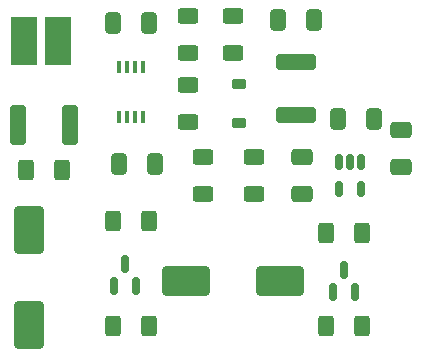
<source format=gtp>
G04 #@! TF.GenerationSoftware,KiCad,Pcbnew,7.0.5-0*
G04 #@! TF.CreationDate,2023-12-30T21:45:12-05:00*
G04 #@! TF.ProjectId,boostlet,626f6f73-746c-4657-942e-6b696361645f,rev?*
G04 #@! TF.SameCoordinates,Original*
G04 #@! TF.FileFunction,Paste,Top*
G04 #@! TF.FilePolarity,Positive*
%FSLAX46Y46*%
G04 Gerber Fmt 4.6, Leading zero omitted, Abs format (unit mm)*
G04 Created by KiCad (PCBNEW 7.0.5-0) date 2023-12-30 21:45:12*
%MOMM*%
%LPD*%
G01*
G04 APERTURE LIST*
G04 Aperture macros list*
%AMRoundRect*
0 Rectangle with rounded corners*
0 $1 Rounding radius*
0 $2 $3 $4 $5 $6 $7 $8 $9 X,Y pos of 4 corners*
0 Add a 4 corners polygon primitive as box body*
4,1,4,$2,$3,$4,$5,$6,$7,$8,$9,$2,$3,0*
0 Add four circle primitives for the rounded corners*
1,1,$1+$1,$2,$3*
1,1,$1+$1,$4,$5*
1,1,$1+$1,$6,$7*
1,1,$1+$1,$8,$9*
0 Add four rect primitives between the rounded corners*
20,1,$1+$1,$2,$3,$4,$5,0*
20,1,$1+$1,$4,$5,$6,$7,0*
20,1,$1+$1,$6,$7,$8,$9,0*
20,1,$1+$1,$8,$9,$2,$3,0*%
G04 Aperture macros list end*
%ADD10RoundRect,0.250000X-1.750000X-1.000000X1.750000X-1.000000X1.750000X1.000000X-1.750000X1.000000X0*%
%ADD11RoundRect,0.250000X0.625000X-0.400000X0.625000X0.400000X-0.625000X0.400000X-0.625000X-0.400000X0*%
%ADD12R,0.381000X1.041400*%
%ADD13RoundRect,0.250000X-0.400000X-0.625000X0.400000X-0.625000X0.400000X0.625000X-0.400000X0.625000X0*%
%ADD14RoundRect,0.250000X-0.625000X0.400000X-0.625000X-0.400000X0.625000X-0.400000X0.625000X0.400000X0*%
%ADD15RoundRect,0.250000X-0.650000X0.412500X-0.650000X-0.412500X0.650000X-0.412500X0.650000X0.412500X0*%
%ADD16RoundRect,0.225000X-0.375000X0.225000X-0.375000X-0.225000X0.375000X-0.225000X0.375000X0.225000X0*%
%ADD17RoundRect,0.150000X0.150000X-0.587500X0.150000X0.587500X-0.150000X0.587500X-0.150000X-0.587500X0*%
%ADD18RoundRect,0.250000X0.400000X1.450000X-0.400000X1.450000X-0.400000X-1.450000X0.400000X-1.450000X0*%
%ADD19RoundRect,0.250000X0.412500X0.650000X-0.412500X0.650000X-0.412500X-0.650000X0.412500X-0.650000X0*%
%ADD20RoundRect,0.250000X-0.412500X-0.650000X0.412500X-0.650000X0.412500X0.650000X-0.412500X0.650000X0*%
%ADD21RoundRect,0.150000X-0.150000X0.512500X-0.150000X-0.512500X0.150000X-0.512500X0.150000X0.512500X0*%
%ADD22RoundRect,0.250000X0.650000X-0.412500X0.650000X0.412500X-0.650000X0.412500X-0.650000X-0.412500X0*%
%ADD23R,2.209800X4.064000*%
%ADD24RoundRect,0.250000X1.000000X-1.750000X1.000000X1.750000X-1.000000X1.750000X-1.000000X-1.750000X0*%
%ADD25RoundRect,0.250000X-1.450000X0.400000X-1.450000X-0.400000X1.450000X-0.400000X1.450000X0.400000X0*%
G04 APERTURE END LIST*
D10*
G04 #@! TO.C,C1*
X123000000Y-103886000D03*
X131000000Y-103886000D03*
G04 #@! TD*
D11*
G04 #@! TO.C,R8*
X127000000Y-84608000D03*
X127000000Y-81508000D03*
G04 #@! TD*
D12*
G04 #@! TO.C,U1*
X117388640Y-90004900D03*
X118038880Y-90004900D03*
X118689120Y-90004900D03*
X119339360Y-90004900D03*
X119339360Y-85763100D03*
X118689120Y-85763100D03*
X118038880Y-85763100D03*
X117388640Y-85763100D03*
G04 #@! TD*
D13*
G04 #@! TO.C,R3*
X109448000Y-94488000D03*
X112548000Y-94488000D03*
G04 #@! TD*
D11*
G04 #@! TO.C,R9*
X124460000Y-96546000D03*
X124460000Y-93446000D03*
G04 #@! TD*
D14*
G04 #@! TO.C,R7*
X123190000Y-81508000D03*
X123190000Y-84608000D03*
G04 #@! TD*
D13*
G04 #@! TO.C,R1*
X134848000Y-107696000D03*
X137948000Y-107696000D03*
G04 #@! TD*
D15*
G04 #@! TO.C,C6*
X141224000Y-91147500D03*
X141224000Y-94272500D03*
G04 #@! TD*
D16*
G04 #@! TO.C,D1*
X127508000Y-87250000D03*
X127508000Y-90550000D03*
G04 #@! TD*
D17*
G04 #@! TO.C,Q1*
X135448000Y-104823500D03*
X137348000Y-104823500D03*
X136398000Y-102948500D03*
G04 #@! TD*
D18*
G04 #@! TO.C,F1*
X113223000Y-90678000D03*
X108773000Y-90678000D03*
G04 #@! TD*
D17*
G04 #@! TO.C,Q2*
X116906000Y-104315500D03*
X118806000Y-104315500D03*
X117856000Y-102440500D03*
G04 #@! TD*
D13*
G04 #@! TO.C,R2*
X134848000Y-99822000D03*
X137948000Y-99822000D03*
G04 #@! TD*
G04 #@! TO.C,R4*
X116814000Y-107696000D03*
X119914000Y-107696000D03*
G04 #@! TD*
D19*
G04 #@! TO.C,C8*
X138976500Y-90170000D03*
X135851500Y-90170000D03*
G04 #@! TD*
D13*
G04 #@! TO.C,R5*
X116814000Y-98806000D03*
X119914000Y-98806000D03*
G04 #@! TD*
D20*
G04 #@! TO.C,C5*
X116801500Y-82042000D03*
X119926500Y-82042000D03*
G04 #@! TD*
D14*
G04 #@! TO.C,R10*
X128778000Y-93446000D03*
X128778000Y-96546000D03*
G04 #@! TD*
D20*
G04 #@! TO.C,C7*
X130771500Y-81788000D03*
X133896500Y-81788000D03*
G04 #@! TD*
D21*
G04 #@! TO.C,U2*
X137856000Y-93858500D03*
X136906000Y-93858500D03*
X135956000Y-93858500D03*
X135956000Y-96133500D03*
X137856000Y-96133500D03*
G04 #@! TD*
D19*
G04 #@! TO.C,C2*
X120434500Y-93980000D03*
X117309500Y-93980000D03*
G04 #@! TD*
D22*
G04 #@! TO.C,C3*
X132842000Y-96558500D03*
X132842000Y-93433500D03*
G04 #@! TD*
D23*
G04 #@! TO.C,L1*
X109283500Y-83566000D03*
X112204500Y-83566000D03*
G04 #@! TD*
D14*
G04 #@! TO.C,R6*
X123190000Y-87350000D03*
X123190000Y-90450000D03*
G04 #@! TD*
D24*
G04 #@! TO.C,C4*
X109728000Y-107632000D03*
X109728000Y-99632000D03*
G04 #@! TD*
D25*
G04 #@! TO.C,F2*
X132334000Y-85405000D03*
X132334000Y-89855000D03*
G04 #@! TD*
M02*

</source>
